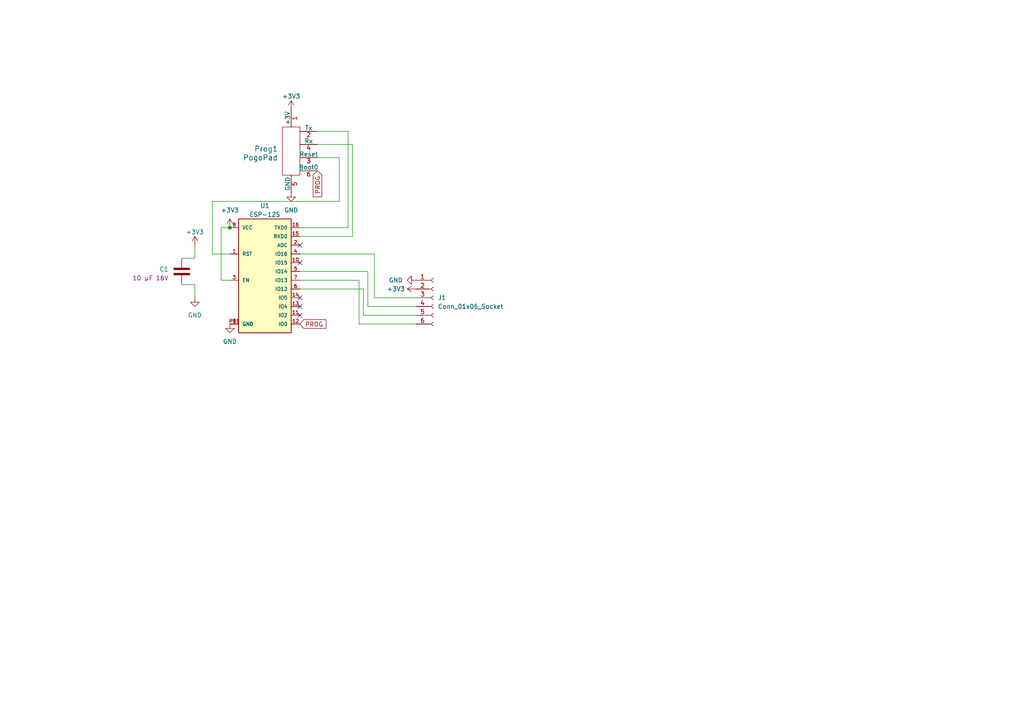
<source format=kicad_sch>
(kicad_sch (version 20230121) (generator eeschema)
  (paper "A4")
  (lib_symbols
    (symbol "Connector:Conn_01x06_Socket" (pin_names (offset 1.016) hide)
      (property "Reference" "J" (at 0 7.62 0))
      (property "Value" "Conn_01x06_Socket" (at 0 -10.16 0))
      (symbol "Conn_01x06_Socket_1_1"
        (arc (start 0 -7.112) (mid -0.5058 -7.62) (end 0 -8.128) (stroke (width 0.1524)))
        (arc (start 0 -4.572) (mid -0.5058 -5.08) (end 0 -5.588) (stroke (width 0.1524)))
        (arc (start 0 -2.032) (mid -0.5058 -2.54) (end 0 -3.048) (stroke (width 0.1524)))
        (polyline (pts (xy -1.27 -7.62) (xy -0.508 -7.62)) (stroke (width 0.1524)))
        (polyline (pts (xy -1.27 -5.08) (xy -0.508 -5.08)) (stroke (width 0.1524)))
        (polyline (pts (xy -1.27 -2.54) (xy -0.508 -2.54)) (stroke (width 0.1524)))
        (polyline (pts (xy -1.27 0) (xy -0.508 0)) (stroke (width 0.1524)))
        (polyline (pts (xy -1.27 2.54) (xy -0.508 2.54)) (stroke (width 0.1524)))
        (polyline (pts (xy -1.27 5.08) (xy -0.508 5.08)) (stroke (width 0.1524)))
        (arc (start 0 0.508) (mid -0.5058 0) (end 0 -0.508) (stroke (width 0.1524)))
        (arc (start 0 3.048) (mid -0.5058 2.54) (end 0 2.032) (stroke (width 0.1524)))
        (arc (start 0 5.588) (mid -0.5058 5.08) (end 0 4.572) (stroke (width 0.1524)))
        (pin passive line (at -5.08 5.08 0) (length 3.81) (name "Pin_1") (number "1"))
        (pin passive line (at -5.08 2.54 0) (length 3.81) (name "Pin_2") (number "2"))
        (pin passive line (at -5.08 0 0) (length 3.81) (name "Pin_3") (number "3"))
        (pin passive line (at -5.08 -2.54 0) (length 3.81) (name "Pin_4") (number "4"))
        (pin passive line (at -5.08 -5.08 0) (length 3.81) (name "Pin_5") (number "5"))
        (pin passive line (at -5.08 -7.62 0) (length 3.81) (name "Pin_6") (number "6"))
      )
    )
    (symbol "localparts:CP_10µ_16V_0603" (pin_numbers hide) (pin_names (offset 0.254))
      (property "Reference" "C3" (at -3.048 1.016 0))
      (property "Display" "10 µF 16V" (at -3.048 -1.27 0))
      (symbol "CP_10µ_16V_0603_0_1"
        (rectangle (start -2.286 -0.508) (end 2.286 -1.016) (fill (type outline)))
        (rectangle (start -2.286 1.016) (end 2.286 0.508) (fill (type outline)))
      )
      (symbol "CP_10µ_16V_0603_1_1"
        (pin passive line (at 0 3.81 270) (length 2.794) (name "~") (number "1"))
        (pin passive line (at 0 -3.81 90) (length 2.794) (name "~") (number "2"))
      )
    )
    (symbol "localstuff:+3.3V" (power) (pin_names (offset 0))
      (property "Value" "+3.3V" (at 0 3.556 0))
      (symbol "+3.3V_0_1"
        (polyline (pts (xy -0.762 1.27) (xy 0 2.54)))
        (polyline (pts (xy 0 0) (xy 0 2.54)))
        (polyline (pts (xy 0 2.54) (xy 0.762 1.27)))
      )
      (symbol "+3.3V_1_1"
        (pin power_in line (at 0 0 90) (length 0) hide (name "+3V3") (number "1"))
      )
    )
    (symbol "localstuff:ESP-12S" (pin_names (offset 1.016))
      (property "Reference" "U" (at -7.62 18.034 0))
      (property "Value" "ESP-12S" (at -7.62 -15.494 0))
      (symbol "ESP-12S_0_0"
        (rectangle (start -7.62 -15.24) (end 7.62 17.78) (stroke (width 0.254)) (fill (type background)))
        (pin bidirectional line (at -10.16 7.62 0) (length 2.54) (name "RST") (number "1"))
        (pin bidirectional line (at 10.16 5.08 180) (length 2.54) (name "IO15") (number "10"))
        (pin bidirectional line (at 10.16 -10.16 180) (length 2.54) (name "IO2") (number "11"))
        (pin bidirectional line (at 10.16 -12.7 180) (length 2.54) (name "IO0") (number "12"))
        (pin bidirectional line (at 10.16 -7.62 180) (length 2.54) (name "IO4") (number "13"))
        (pin bidirectional line (at 10.16 -5.08 180) (length 2.54) (name "IO5") (number "14"))
        (pin bidirectional line (at 10.16 12.7 180) (length 2.54) (name "RXD0") (number "15"))
        (pin bidirectional line (at 10.16 15.24 180) (length 2.54) (name "TXD0") (number "16"))
        (pin bidirectional line (at 10.16 10.16 180) (length 2.54) (name "ADC") (number "2"))
        (pin bidirectional line (at -10.16 0 0) (length 2.54) (name "EN") (number "3"))
        (pin bidirectional line (at 10.16 7.62 180) (length 2.54) (name "IO16") (number "4"))
        (pin bidirectional line (at 10.16 2.54 180) (length 2.54) (name "IO14") (number "5"))
        (pin bidirectional line (at 10.16 -2.54 180) (length 2.54) (name "IO12") (number "6"))
        (pin bidirectional line (at 10.16 0 180) (length 2.54) (name "IO13") (number "7"))
        (pin bidirectional line (at -10.16 15.24 0) (length 2.54) (name "VCC") (number "8"))
        (pin bidirectional line (at -10.16 -12.7 0) (length 2.54) (name "GND") (number "9"))
        (pin bidirectional line (at -10.16 -12.7 0) (length 2.54) (name "GND") (number "P$1"))
      )
    )
    (symbol "localstuff:GND" (power) (pin_names (offset 0))
      (property "Value" "GND" (at 0 -3.81 0))
      (symbol "GND_0_1"
        (polyline (pts (xy 0 0) (xy 0 -1.27) (xy 1.27 -1.27) (xy 0 -2.54) (xy -1.27 -1.27) (xy 0 -1.27)))
      )
      (symbol "GND_1_1"
        (pin power_in line (at 0 0 270) (length 0) hide (name "GND") (number "1"))
      )
    )
    (symbol "localstuff:PogoPad" (pin_names (offset 0))
      (property "Reference" "Prog" (at -3.81 2.54 90))
      (property "Value" "PogoPad" (at -1.27 -7.62 90))
      (symbol "PogoPad_0_1"
        (rectangle (start -2.54 -7.62) (end 2.54 6.35))
      )
      (symbol "PogoPad_1_1"
        (pin power_out line (at 0 11.43 270) (length 5.08) (name "+3V") (number "1"))
        (pin input line (at 7.62 5.08 180) (length 5.08) (name "Tx") (number "2"))
        (pin output line (at 7.62 -2.54 180) (length 5.08) (name "Reset") (number "3"))
        (pin output line (at 7.62 1.27 180) (length 5.08) (name "Rx") (number "4"))
        (pin power_out line (at 0 -12.7 90) (length 5.08) (name "GND") (number "5"))
        (pin output line (at 7.62 -6.35 180) (length 5.08) (name "Boot0") (number "6"))
      )
    )
  )
  (junction (at 66.675 66.04))
  (no_connect (at 86.995 76.2))
  (no_connect (at 86.995 86.36))
  (no_connect (at 86.995 71.12))
  (no_connect (at 86.995 91.44))
  (no_connect (at 86.995 88.9))
  (wire (pts (xy 86.995 68.58) (xy 102.235 68.58)))
  (wire (pts (xy 86.995 73.66) (xy 108.585 73.66)))
  (wire (pts (xy 61.595 58.42) (xy 98.425 58.42)))
  (wire (pts (xy 92.075 41.91) (xy 102.235 41.91)))
  (wire (pts (xy 105.41 91.44) (xy 120.65 91.44)))
  (wire (pts (xy 120.65 93.98) (xy 104.14 93.98)))
  (wire (pts (xy 106.68 78.74) (xy 106.68 88.9)))
  (wire (pts (xy 86.995 66.04) (xy 100.965 66.04)))
  (wire (pts (xy 120.65 88.9) (xy 106.68 88.9)))
  (wire (pts (xy 56.515 71.12) (xy 56.515 74.93)))
  (wire (pts (xy 52.705 82.55) (xy 56.515 82.55)))
  (wire (pts (xy 108.585 86.36) (xy 108.585 73.66)))
  (wire (pts (xy 86.995 83.82) (xy 105.41 83.82)))
  (wire (pts (xy 86.995 78.74) (xy 106.68 78.74)))
  (wire (pts (xy 66.675 81.28) (xy 64.135 81.28)))
  (wire (pts (xy 104.14 81.28) (xy 104.14 93.98)))
  (wire (pts (xy 100.965 38.1) (xy 100.965 66.04)))
  (wire (pts (xy 120.65 86.36) (xy 108.585 86.36)))
  (wire (pts (xy 92.075 45.72) (xy 98.425 45.72)))
  (wire (pts (xy 52.705 74.93) (xy 56.515 74.93)))
  (wire (pts (xy 56.515 82.55) (xy 56.515 86.36)))
  (wire (pts (xy 102.235 41.91) (xy 102.235 68.58)))
  (wire (pts (xy 86.995 81.28) (xy 104.14 81.28)))
  (wire (pts (xy 105.41 83.82) (xy 105.41 91.44)))
  (wire (pts (xy 61.595 73.66) (xy 61.595 58.42)))
  (wire (pts (xy 64.135 66.04) (xy 66.675 66.04)))
  (wire (pts (xy 92.075 38.1) (xy 100.965 38.1)))
  (wire (pts (xy 98.425 58.42) (xy 98.425 45.72)))
  (wire (pts (xy 64.135 81.28) (xy 64.135 66.04)))
  (wire (pts (xy 66.675 73.66) (xy 61.595 73.66)))
  (global_label "PROG" (shape input) (at 86.995 93.98 0) (property "Intersheetrefs" "${INTERSHEET_REFS}" (effects hide)))
  (global_label "PROG" (shape input) (at 92.075 49.53 270) (property "Intersheetrefs" "${INTERSHEET_REFS}" (effects hide)))
  (symbol (lib_id "localstuff:GND") (at 56.515 86.36 0) (unit 1)
    (property "Reference" "#PWR08" (effects hide))
    (property "Value" "GND" (at 56.515 91.44 0))
  )
  (symbol (lib_id "localstuff:ESP-12S") (at 76.835 81.28 0) (unit 1)
    (property "Reference" "U1" (at 76.835 59.69 0))
    (property "Value" "ESP-12S" (at 76.835 62.23 0))
    (property "Footprint" "localstuff:ESP-12S" (effects hide))
    (property "PROD_ID" "IC-14115" (effects hide))
  )
  (symbol (lib_id "localstuff:+3.3V") (at 66.675 66.04 0) (unit 1)
    (property "Reference" "#PWR01" (effects hide))
    (property "Value" "+3.3V" (at 66.675 60.96 0))
  )
  (symbol (lib_id "localstuff:PogoPad") (at 84.455 43.18 0) (unit 1)
    (property "Reference" "Prog1" (at 80.645 43.18 0) (effects (font (size 1.524 1.524)) (justify right)))
    (property "Value" "PogoPad" (at 80.645 45.72 0) (effects (font (size 1.524 1.524)) (justify right)))
    (property "Footprint" "localstuff:2X3_PAD" (effects hide))
  )
  (symbol (lib_id "localstuff:+3.3V") (at 120.65 83.82 90) (mirror x) (unit 1)
    (property "Reference" "#PWR06" (effects hide))
    (property "Value" "+3.3V" (at 117.475 83.82 90) (effects (justify left)))
  )
  (symbol (lib_id "localstuff:GND") (at 120.65 81.28 270) (mirror x) (unit 1)
    (property "Reference" "#PWR05" (effects hide))
    (property "Value" "GND" (at 116.84 81.28 90) (effects (justify right)))
  )
  (symbol (lib_id "localstuff:GND") (at 84.455 55.88 0) (unit 1)
    (property "Reference" "#PWR04" (effects hide))
    (property "Value" "GND" (at 84.455 60.96 0))
  )
  (symbol (lib_id "localstuff:GND") (at 66.675 93.98 0) (unit 1)
    (property "Reference" "#PWR02" (effects hide))
    (property "Value" "GND" (at 66.675 99.06 0))
  )
  (symbol (lib_id "localstuff:+3.3V") (at 84.455 31.75 0) (unit 1)
    (property "Reference" "#PWR03" (effects hide))
    (property "Value" "+3.3V" (at 84.455 27.94 0))
  )
  (symbol (lib_id "localstuff:+3.3V") (at 56.515 71.12 0) (unit 1)
    (property "Reference" "#PWR07" (effects hide))
    (property "Value" "+3.3V" (at 56.515 67.31 0))
  )
  (symbol (lib_id "Connector:Conn_01x06_Socket") (at 125.73 86.36 0) (unit 1)
    (property "Reference" "J1" (at 127 86.36 0) (effects (justify left)))
    (property "Value" "Conn_01x06_Socket" (at 127 88.9 0) (effects (justify left)))
    (property "Footprint" "localstuff:Pads_1x06_P2.00mm" (effects hide))
  )
  (symbol (lib_id "localparts:CP_10µ_16V_0603") (at 52.705 78.74 0) (mirror y) (unit 1)
    (property "Reference" "C1" (at 48.895 78.105 0) (effects (justify left)))
    (property "Value" "CP_10µ_16V_0603" (effects hide))
    (property "Footprint" "Capacitor_SMD:C_0805_2012Metric_Pad1.18x1.45mm_HandSolder" (effects hide))
    (property "Display" "10 µF 16V" (at 48.895 80.645 0) (effects (justify left)))
  )
)
</source>
